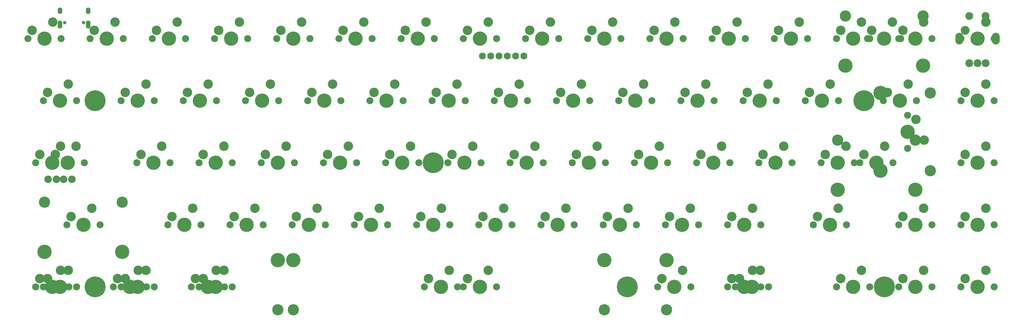
<source format=gbr>
G04 #@! TF.GenerationSoftware,KiCad,Pcbnew,(5.1.10)-1*
G04 #@! TF.CreationDate,2021-06-22T17:57:11+07:00*
G04 #@! TF.ProjectId,averange65,61766572-616e-4676-9536-352e6b696361,rev?*
G04 #@! TF.SameCoordinates,Original*
G04 #@! TF.FileFunction,Soldermask,Top*
G04 #@! TF.FilePolarity,Negative*
%FSLAX46Y46*%
G04 Gerber Fmt 4.6, Leading zero omitted, Abs format (unit mm)*
G04 Created by KiCad (PCBNEW (5.1.10)-1) date 2021-06-22 17:57:11*
%MOMM*%
%LPD*%
G01*
G04 APERTURE LIST*
%ADD10C,6.400000*%
%ADD11C,1.400000*%
%ADD12C,2.150000*%
%ADD13C,2.900000*%
%ADD14C,4.387800*%
%ADD15C,2.100000*%
%ADD16C,2.400000*%
%ADD17O,2.400000X3.600000*%
%ADD18C,2.305000*%
%ADD19C,3.448000*%
%ADD20O,1.400000X2.000000*%
%ADD21O,1.400000X2.500000*%
%ADD22C,1.050000*%
%ADD23C,2.700000*%
G04 APERTURE END LIST*
D10*
X157162500Y-95250000D03*
D11*
X157162500Y-93500000D03*
X158412500Y-93500000D03*
X155912500Y-93500000D03*
X157162500Y-97000000D03*
X158412500Y-97000000D03*
X155912500Y-97000000D03*
D12*
X219392680Y-114300000D03*
X209232680Y-114300000D03*
D13*
X210502680Y-111760000D03*
D14*
X214312680Y-114300000D03*
D13*
X216852680Y-109220000D03*
D15*
X174752000Y-62484000D03*
X172212000Y-62484000D03*
X182372000Y-62484000D03*
X179832000Y-62484000D03*
X177292000Y-62484000D03*
X184912000Y-62484000D03*
D12*
X328930272Y-114300000D03*
X318770272Y-114300000D03*
D13*
X320040272Y-111760000D03*
D14*
X323850272Y-114300000D03*
D13*
X326390272Y-109220000D03*
D12*
X76517560Y-95250000D03*
X66357560Y-95250000D03*
D13*
X67627560Y-92710000D03*
D14*
X71437560Y-95250000D03*
D13*
X73977560Y-90170000D03*
D16*
X326350000Y-50150000D03*
X321350000Y-50150000D03*
D17*
X329450000Y-57150000D03*
X318250000Y-57150000D03*
D16*
X326350000Y-64650000D03*
X323850000Y-64650000D03*
X321350000Y-64650000D03*
D12*
X238442696Y-114300000D03*
X228282696Y-114300000D03*
D13*
X229552696Y-111760000D03*
D14*
X233362696Y-114300000D03*
D13*
X235902696Y-109220000D03*
D12*
X124142600Y-114300000D03*
X113982600Y-114300000D03*
D13*
X115252600Y-111760000D03*
D14*
X119062600Y-114300000D03*
D13*
X121602600Y-109220000D03*
D12*
X236062220Y-133350560D03*
X225902220Y-133350560D03*
D13*
X227172220Y-130810560D03*
D14*
X230982220Y-133350560D03*
D13*
X233522220Y-128270560D03*
D18*
X43973788Y-100330000D03*
X46513788Y-100330000D03*
X41751284Y-100330000D03*
X39211284Y-100330000D03*
D12*
X281305232Y-76200000D03*
X271145232Y-76200000D03*
D13*
X272415232Y-73660000D03*
D14*
X276225232Y-76200000D03*
D13*
X278765232Y-71120000D03*
D12*
X257493560Y-133350560D03*
X247333560Y-133350560D03*
D13*
X248603560Y-130810560D03*
D14*
X252413560Y-133350560D03*
D13*
X254953560Y-128270560D03*
D14*
X228600720Y-125095560D03*
X114300720Y-125095560D03*
D19*
X228600720Y-140335560D03*
X114300720Y-140335560D03*
D12*
X176530720Y-133350560D03*
X166370720Y-133350560D03*
D13*
X167640720Y-130810560D03*
D14*
X171450720Y-133350560D03*
D13*
X173990720Y-128270560D03*
D12*
X95567880Y-133350560D03*
X85407880Y-133350560D03*
D13*
X86677880Y-130810560D03*
D14*
X90487880Y-133350560D03*
D13*
X93027880Y-128270560D03*
D12*
X71755280Y-133350560D03*
X61595280Y-133350560D03*
D13*
X62865280Y-130810560D03*
D14*
X66675280Y-133350560D03*
D13*
X69215280Y-128270560D03*
D12*
X47942680Y-133350560D03*
X37782680Y-133350560D03*
D13*
X39052680Y-130810560D03*
D14*
X42862680Y-133350560D03*
D13*
X45402680Y-128270560D03*
D14*
X209544320Y-125095560D03*
X109544520Y-125095560D03*
D19*
X209544320Y-140335560D03*
X109544520Y-140335560D03*
D12*
X164624420Y-133350560D03*
X154464420Y-133350560D03*
D13*
X155734420Y-130810560D03*
D14*
X159544420Y-133350560D03*
D13*
X162084420Y-128270560D03*
D12*
X93186620Y-133350560D03*
X83026620Y-133350560D03*
D13*
X84296620Y-130810560D03*
D14*
X88106620Y-133350560D03*
D13*
X90646620Y-128270560D03*
D12*
X69374020Y-133350560D03*
X59214020Y-133350560D03*
D13*
X60484020Y-130810560D03*
D14*
X64294020Y-133350560D03*
D13*
X66834020Y-128270560D03*
D12*
X45561420Y-133350560D03*
X35401420Y-133350560D03*
D13*
X36671420Y-130810560D03*
D14*
X40481420Y-133350560D03*
D13*
X43021420Y-128270560D03*
D12*
X259874820Y-133350560D03*
X249714820Y-133350560D03*
D13*
X250984820Y-130810560D03*
D14*
X254794820Y-133350560D03*
D13*
X257334820Y-128270560D03*
D12*
X290831200Y-133350560D03*
X280671200Y-133350560D03*
D13*
X281941200Y-130810560D03*
D14*
X285751200Y-133350560D03*
D13*
X288291200Y-128270560D03*
D12*
X328931360Y-133350560D03*
X318771360Y-133350560D03*
D13*
X320041360Y-130810560D03*
D14*
X323851360Y-133350560D03*
D13*
X326391360Y-128270560D03*
D12*
X309881280Y-133350560D03*
X299721280Y-133350560D03*
D13*
X300991280Y-130810560D03*
D14*
X304801280Y-133350560D03*
D13*
X307341280Y-128270560D03*
X307499004Y-88265000D03*
D14*
X302419004Y-85725000D03*
D13*
X304959004Y-81915000D03*
D12*
X302419004Y-80645000D03*
X302419004Y-90805000D03*
D19*
X309404004Y-97663000D03*
X309404004Y-73787000D03*
D14*
X294164004Y-97663000D03*
X294164004Y-73787000D03*
D12*
X286067736Y-95250000D03*
X275907736Y-95250000D03*
D13*
X277177736Y-92710000D03*
D14*
X280987736Y-95250000D03*
D13*
X283527736Y-90170000D03*
D12*
X283686484Y-114300000D03*
X273526484Y-114300000D03*
D13*
X274796484Y-111760000D03*
D14*
X278606484Y-114300000D03*
D13*
X281146484Y-109220000D03*
D14*
X61912542Y-122555000D03*
X38100042Y-122555000D03*
D19*
X61912542Y-107315000D03*
X38100042Y-107315000D03*
D12*
X55086292Y-114300000D03*
X44926292Y-114300000D03*
D13*
X46196292Y-111760000D03*
D14*
X50006292Y-114300000D03*
D13*
X52546292Y-109220000D03*
D12*
X309880256Y-114300000D03*
X299720256Y-114300000D03*
D13*
X300990256Y-111760000D03*
D14*
X304800256Y-114300000D03*
D13*
X307340256Y-109220000D03*
D12*
X257492712Y-114300000D03*
X247332712Y-114300000D03*
D13*
X248602712Y-111760000D03*
D14*
X252412712Y-114300000D03*
D13*
X254952712Y-109220000D03*
D12*
X200342664Y-114300000D03*
X190182664Y-114300000D03*
D13*
X191452664Y-111760000D03*
D14*
X195262664Y-114300000D03*
D13*
X197802664Y-109220000D03*
D12*
X181292648Y-114300000D03*
X171132648Y-114300000D03*
D13*
X172402648Y-111760000D03*
D14*
X176212648Y-114300000D03*
D13*
X178752648Y-109220000D03*
D12*
X162242632Y-114300000D03*
X152082632Y-114300000D03*
D13*
X153352632Y-111760000D03*
D14*
X157162632Y-114300000D03*
D13*
X159702632Y-109220000D03*
D12*
X143192616Y-114300000D03*
X133032616Y-114300000D03*
D13*
X134302616Y-111760000D03*
D14*
X138112616Y-114300000D03*
D13*
X140652616Y-109220000D03*
D12*
X105092584Y-114300000D03*
X94932584Y-114300000D03*
D13*
X96202584Y-111760000D03*
D14*
X100012584Y-114300000D03*
D13*
X102552584Y-109220000D03*
D12*
X86042568Y-114300000D03*
X75882568Y-114300000D03*
D13*
X77152568Y-111760000D03*
D14*
X80962568Y-114300000D03*
D13*
X83502568Y-109220000D03*
D12*
X252730000Y-57150000D03*
X242570000Y-57150000D03*
D13*
X243840000Y-54610000D03*
D14*
X247650000Y-57150000D03*
D13*
X250190000Y-52070000D03*
D14*
X304800246Y-103505000D03*
X280987746Y-103505000D03*
D19*
X304800246Y-88265000D03*
X280987746Y-88265000D03*
D12*
X297973996Y-95250000D03*
X287813996Y-95250000D03*
D13*
X289083996Y-92710000D03*
D14*
X292893996Y-95250000D03*
D13*
X295433996Y-90170000D03*
D12*
X328930272Y-95250000D03*
X318770272Y-95250000D03*
D13*
X320040272Y-92710000D03*
D14*
X323850272Y-95250000D03*
D13*
X326390272Y-90170000D03*
D12*
X267017720Y-95250000D03*
X256857720Y-95250000D03*
D13*
X258127720Y-92710000D03*
D14*
X261937720Y-95250000D03*
D13*
X264477720Y-90170000D03*
D12*
X247967704Y-95250000D03*
X237807704Y-95250000D03*
D13*
X239077704Y-92710000D03*
D14*
X242887704Y-95250000D03*
D13*
X245427704Y-90170000D03*
D12*
X228917688Y-95250000D03*
X218757688Y-95250000D03*
D13*
X220027688Y-92710000D03*
D14*
X223837688Y-95250000D03*
D13*
X226377688Y-90170000D03*
D12*
X209867672Y-95250000D03*
X199707672Y-95250000D03*
D13*
X200977672Y-92710000D03*
D14*
X204787672Y-95250000D03*
D13*
X207327672Y-90170000D03*
D12*
X190817656Y-95250000D03*
X180657656Y-95250000D03*
D13*
X181927656Y-92710000D03*
D14*
X185737656Y-95250000D03*
D13*
X188277656Y-90170000D03*
D12*
X171767640Y-95250000D03*
X161607640Y-95250000D03*
D13*
X162877640Y-92710000D03*
D14*
X166687640Y-95250000D03*
D13*
X169227640Y-90170000D03*
D12*
X152717624Y-95250000D03*
X142557624Y-95250000D03*
D13*
X143827624Y-92710000D03*
D14*
X147637624Y-95250000D03*
D13*
X150177624Y-90170000D03*
D12*
X133667608Y-95250000D03*
X123507608Y-95250000D03*
D13*
X124777608Y-92710000D03*
D14*
X128587608Y-95250000D03*
D13*
X131127608Y-90170000D03*
D12*
X114617592Y-95250000D03*
X104457592Y-95250000D03*
D13*
X105727592Y-92710000D03*
D14*
X109537592Y-95250000D03*
D13*
X112077592Y-90170000D03*
D12*
X95567576Y-95250000D03*
X85407576Y-95250000D03*
D13*
X86677576Y-92710000D03*
D14*
X90487576Y-95250000D03*
D13*
X93027576Y-90170000D03*
D12*
X50323788Y-95250000D03*
X40163788Y-95250000D03*
D13*
X41433788Y-92710000D03*
D14*
X45243788Y-95250000D03*
D13*
X47783788Y-90170000D03*
D12*
X45561284Y-95250000D03*
X35401284Y-95250000D03*
D13*
X36671284Y-92710000D03*
D14*
X40481284Y-95250000D03*
D13*
X43021284Y-90170000D03*
D12*
X305117752Y-76200000D03*
X294957752Y-76200000D03*
D13*
X296227752Y-73660000D03*
D14*
X300037752Y-76200000D03*
D13*
X302577752Y-71120000D03*
D12*
X328930272Y-76200000D03*
X318770272Y-76200000D03*
D13*
X320040272Y-73660000D03*
D14*
X323850272Y-76200000D03*
D13*
X326390272Y-71120000D03*
D12*
X262255216Y-76200000D03*
X252095216Y-76200000D03*
D13*
X253365216Y-73660000D03*
D14*
X257175216Y-76200000D03*
D13*
X259715216Y-71120000D03*
D12*
X243205200Y-76200000D03*
X233045200Y-76200000D03*
D13*
X234315200Y-73660000D03*
D14*
X238125200Y-76200000D03*
D13*
X240665200Y-71120000D03*
D12*
X224155184Y-76200000D03*
X213995184Y-76200000D03*
D13*
X215265184Y-73660000D03*
D14*
X219075184Y-76200000D03*
D13*
X221615184Y-71120000D03*
D12*
X205105168Y-76200000D03*
X194945168Y-76200000D03*
D13*
X196215168Y-73660000D03*
D14*
X200025168Y-76200000D03*
D13*
X202565168Y-71120000D03*
D12*
X186055152Y-76200000D03*
X175895152Y-76200000D03*
D13*
X177165152Y-73660000D03*
D14*
X180975152Y-76200000D03*
D13*
X183515152Y-71120000D03*
D12*
X167005136Y-76200000D03*
X156845136Y-76200000D03*
D13*
X158115136Y-73660000D03*
D14*
X161925136Y-76200000D03*
D13*
X164465136Y-71120000D03*
D12*
X147955120Y-76200000D03*
X137795120Y-76200000D03*
D13*
X139065120Y-73660000D03*
D14*
X142875120Y-76200000D03*
D13*
X145415120Y-71120000D03*
D12*
X128905104Y-76200000D03*
X118745104Y-76200000D03*
D13*
X120015104Y-73660000D03*
D14*
X123825104Y-76200000D03*
D13*
X126365104Y-71120000D03*
D12*
X109855088Y-76200000D03*
X99695088Y-76200000D03*
D13*
X100965088Y-73660000D03*
D14*
X104775088Y-76200000D03*
D13*
X107315088Y-71120000D03*
D12*
X90805072Y-76200000D03*
X80645072Y-76200000D03*
D13*
X81915072Y-73660000D03*
D14*
X85725072Y-76200000D03*
D13*
X88265072Y-71120000D03*
D12*
X71755056Y-76200000D03*
X61595056Y-76200000D03*
D13*
X62865056Y-73660000D03*
D14*
X66675056Y-76200000D03*
D13*
X69215056Y-71120000D03*
D12*
X47942536Y-76200000D03*
X37782536Y-76200000D03*
D13*
X39052536Y-73660000D03*
D14*
X42862536Y-76200000D03*
D13*
X45402536Y-71120000D03*
D20*
X51507600Y-48600000D03*
X42867600Y-48600000D03*
D21*
X51507600Y-52780000D03*
X42867600Y-52780000D03*
D22*
X44297600Y-52250000D03*
X50077600Y-52250000D03*
D14*
X307181250Y-65405000D03*
X283368750Y-65405000D03*
D19*
X307181250Y-50165000D03*
X283368750Y-50165000D03*
D12*
X300355000Y-57150000D03*
X290195000Y-57150000D03*
D13*
X291465000Y-54610000D03*
D14*
X295275000Y-57150000D03*
D13*
X297815000Y-52070000D03*
D10*
X53572500Y-76200000D03*
D11*
X53572500Y-74200000D03*
X55072500Y-74700000D03*
X52072500Y-74700000D03*
X53572500Y-78200000D03*
X55072500Y-77700000D03*
X52072500Y-77700000D03*
X55572500Y-76200000D03*
X51572500Y-76200000D03*
D12*
X328930000Y-57150000D03*
X318770000Y-57150000D03*
D23*
X320040000Y-54610000D03*
D14*
X323850000Y-57150000D03*
D13*
X326390000Y-52070000D03*
D12*
X309880000Y-57150000D03*
X299720000Y-57150000D03*
D13*
X300990000Y-54610000D03*
D14*
X304800000Y-57150000D03*
D13*
X307340000Y-52070000D03*
D12*
X290830000Y-57150000D03*
X280670000Y-57150000D03*
D13*
X281940000Y-54610000D03*
D14*
X285750000Y-57150000D03*
D13*
X288290000Y-52070000D03*
D12*
X271780000Y-57150000D03*
X261620000Y-57150000D03*
D13*
X262890000Y-54610000D03*
D14*
X266700000Y-57150000D03*
D13*
X269240000Y-52070000D03*
D12*
X233680000Y-57150000D03*
X223520000Y-57150000D03*
D13*
X224790000Y-54610000D03*
D14*
X228600000Y-57150000D03*
D13*
X231140000Y-52070000D03*
D12*
X214630000Y-57150000D03*
X204470000Y-57150000D03*
D13*
X205740000Y-54610000D03*
D14*
X209550000Y-57150000D03*
D13*
X212090000Y-52070000D03*
D12*
X195580000Y-57150000D03*
X185420000Y-57150000D03*
D13*
X186690000Y-54610000D03*
D14*
X190500000Y-57150000D03*
D13*
X193040000Y-52070000D03*
D12*
X176530000Y-57150000D03*
X166370000Y-57150000D03*
D13*
X167640000Y-54610000D03*
D14*
X171450000Y-57150000D03*
D13*
X173990000Y-52070000D03*
D12*
X157480000Y-57150000D03*
X147320000Y-57150000D03*
D13*
X148590000Y-54610000D03*
D14*
X152400000Y-57150000D03*
D13*
X154940000Y-52070000D03*
D12*
X138430000Y-57150000D03*
X128270000Y-57150000D03*
D13*
X129540000Y-54610000D03*
D14*
X133350000Y-57150000D03*
D13*
X135890000Y-52070000D03*
D12*
X119380000Y-57150000D03*
X109220000Y-57150000D03*
D13*
X110490000Y-54610000D03*
D14*
X114300000Y-57150000D03*
D13*
X116840000Y-52070000D03*
D12*
X100330000Y-57150000D03*
X90170000Y-57150000D03*
D13*
X91440000Y-54610000D03*
D14*
X95250000Y-57150000D03*
D13*
X97790000Y-52070000D03*
D12*
X81280000Y-57150000D03*
X71120000Y-57150000D03*
D13*
X72390000Y-54610000D03*
D14*
X76200000Y-57150000D03*
D13*
X78740000Y-52070000D03*
D12*
X62230000Y-57150000D03*
X52070000Y-57150000D03*
D13*
X53340000Y-54610000D03*
D14*
X57150000Y-57150000D03*
D13*
X59690000Y-52070000D03*
D12*
X43180000Y-57150000D03*
X33020000Y-57150000D03*
D13*
X34290000Y-54610000D03*
D14*
X38100000Y-57150000D03*
D13*
X40640000Y-52070000D03*
D10*
X53572500Y-133340000D03*
D11*
X53572500Y-131590000D03*
X54822500Y-131590000D03*
X52322500Y-131590000D03*
X53572500Y-135090000D03*
X54822500Y-135090000D03*
X52322500Y-135090000D03*
D10*
X295292500Y-133350000D03*
D11*
X295292500Y-131600000D03*
X296542500Y-131600000D03*
X294042500Y-131600000D03*
X295292500Y-135100000D03*
X296542500Y-135100000D03*
X294042500Y-135100000D03*
D10*
X216552500Y-133350000D03*
D11*
X216552500Y-131600000D03*
X217802500Y-131600000D03*
X215302500Y-131600000D03*
X216552500Y-135100000D03*
X217802500Y-135100000D03*
X215302500Y-135100000D03*
D10*
X289022500Y-76200000D03*
D11*
X289022500Y-74450000D03*
X290272500Y-74450000D03*
X287772500Y-74450000D03*
X289022500Y-77950000D03*
X290272500Y-77950000D03*
X287772500Y-77950000D03*
M02*

</source>
